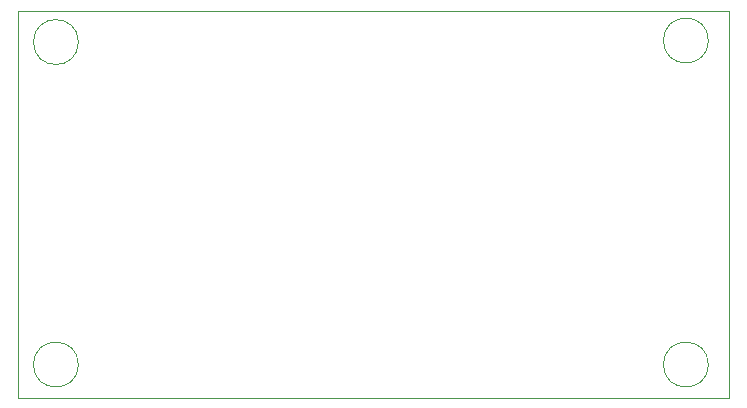
<source format=gbr>
%TF.GenerationSoftware,KiCad,Pcbnew,7.99.0-unknown*%
%TF.CreationDate,2023-12-26T20:45:32-05:00*%
%TF.ProjectId,VTVMbattElimX2panel,5654564d-6261-4747-9445-6c696d583270,rev?*%
%TF.SameCoordinates,PX68860e8PY35c5de8*%
%TF.FileFunction,Profile,NP*%
%FSLAX46Y46*%
G04 Gerber Fmt 4.6, Leading zero omitted, Abs format (unit mm)*
G04 Created by KiCad (PCBNEW 7.99.0-unknown) date 2023-12-26 20:45:32*
%MOMM*%
%LPD*%
G01*
G04 APERTURE LIST*
%TA.AperFunction,Profile*%
%ADD10C,0.100000*%
%TD*%
G04 APERTURE END LIST*
D10*
X0Y0D02*
X60169000Y0D01*
X60169000Y-32780000D01*
X0Y-32780000D01*
X0Y0D01*
X58420000Y-29975000D02*
G75*
G02*
X54610000Y-29975000I-1905000J0D01*
G01*
X54610000Y-29975000D02*
G75*
G02*
X58420000Y-29975000I1905000J0D01*
G01*
X5080000Y-2670000D02*
G75*
G02*
X1270000Y-2670000I-1905000J0D01*
G01*
X1270000Y-2670000D02*
G75*
G02*
X5080000Y-2670000I1905000J0D01*
G01*
X5080000Y-29975000D02*
G75*
G02*
X1270000Y-29975000I-1905000J0D01*
G01*
X1270000Y-29975000D02*
G75*
G02*
X5080000Y-29975000I1905000J0D01*
G01*
X58420000Y-2540000D02*
G75*
G02*
X54610000Y-2540000I-1905000J0D01*
G01*
X54610000Y-2540000D02*
G75*
G02*
X58420000Y-2540000I1905000J0D01*
G01*
M02*

</source>
